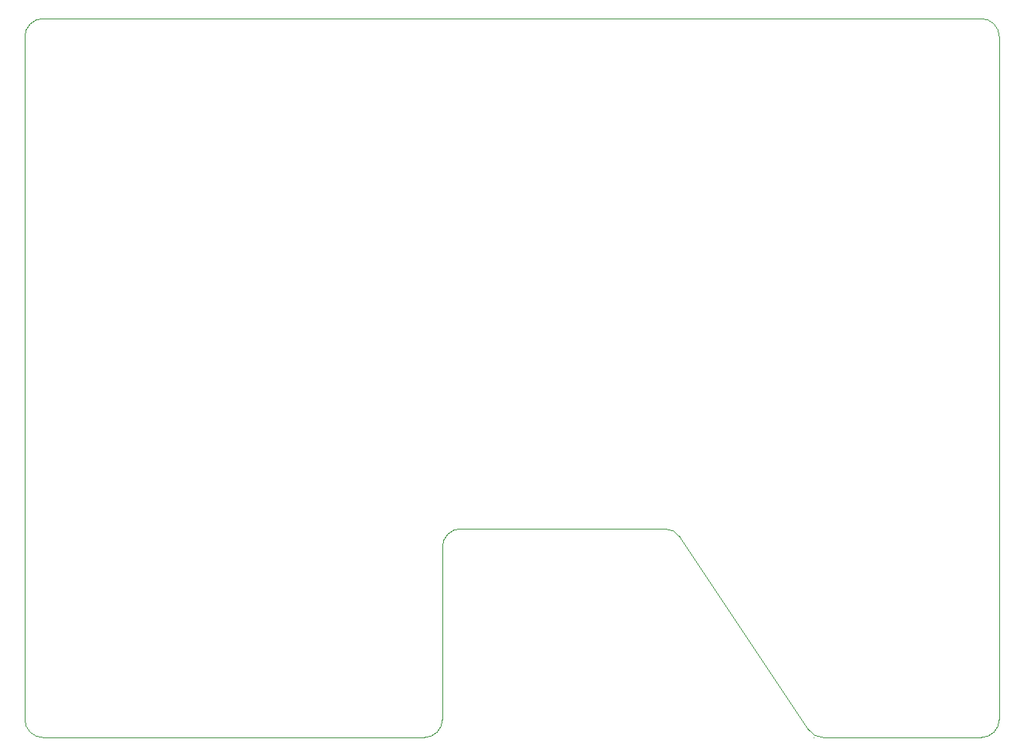
<source format=gbr>
%TF.GenerationSoftware,KiCad,Pcbnew,7.0.6*%
%TF.CreationDate,2025-02-04T21:06:21+01:00*%
%TF.ProjectId,PCB,5043422e-6b69-4636-9164-5f7063625858,rev?*%
%TF.SameCoordinates,Original*%
%TF.FileFunction,Profile,NP*%
%FSLAX46Y46*%
G04 Gerber Fmt 4.6, Leading zero omitted, Abs format (unit mm)*
G04 Created by KiCad (PCBNEW 7.0.6) date 2025-02-04 21:06:21*
%MOMM*%
%LPD*%
G01*
G04 APERTURE LIST*
%TA.AperFunction,Profile*%
%ADD10C,0.100000*%
%TD*%
G04 APERTURE END LIST*
D10*
X106140000Y-60960000D02*
G75*
G03*
X104140000Y-62960000I0J-2000000D01*
G01*
X147860000Y-139700000D02*
G75*
G03*
X149860000Y-137700000I0J2000000D01*
G01*
X151860000Y-116840000D02*
G75*
G03*
X149860000Y-118840000I0J-2000000D01*
G01*
X208820000Y-139700000D02*
G75*
G03*
X210820000Y-137700000I0J2000000D01*
G01*
X175853710Y-117730614D02*
G75*
G03*
X174189632Y-116840000I-1664110J-1109386D01*
G01*
X189906290Y-138809386D02*
G75*
G03*
X191570368Y-139700000I1664110J1109386D01*
G01*
X190500000Y-139700000D02*
X190500000Y-139700000D01*
X104140000Y-137700000D02*
X104140000Y-62960000D01*
X210820000Y-62960000D02*
G75*
G03*
X208820000Y-60960000I-2000000J0D01*
G01*
X191570368Y-139700000D02*
X208820000Y-139700000D01*
X210820000Y-137700000D02*
X210820000Y-116840000D01*
X210820000Y-62960000D02*
X210820000Y-116840000D01*
X175853733Y-117730599D02*
X189906267Y-138809401D01*
X147860000Y-139700000D02*
X106140000Y-139700000D01*
X174189632Y-116840000D02*
X151860000Y-116840000D01*
X149860000Y-118840000D02*
X149860000Y-137700000D01*
X106140000Y-60960000D02*
X208820000Y-60960000D01*
X104140000Y-137700000D02*
G75*
G03*
X106140000Y-139700000I2000000J0D01*
G01*
M02*

</source>
